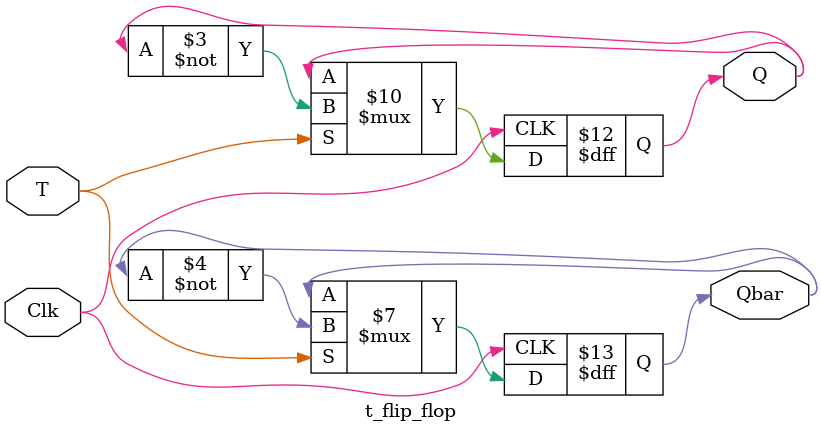
<source format=v>
`timescale 1ns / 1ps


module t_flip_flop(
    input T,
    input Clk,
    output reg Q,
    output reg Qbar
    );
    initial 
    begin
    Q =0;
    Qbar =1;
    end
    always @(posedge Clk)
        begin
        if(T==1)
        begin
        Q <= ~Q;
        Qbar <= ~Qbar;
        end
        else 
        begin
        Q <= Q;
        Qbar <= Qbar;
        end        
        end
endmodule

</source>
